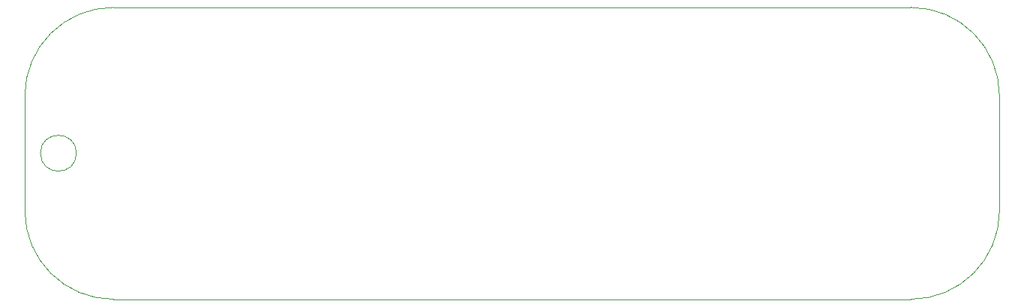
<source format=gbr>
%TF.GenerationSoftware,KiCad,Pcbnew,7.0.7*%
%TF.CreationDate,2024-03-20T16:58:12-04:00*%
%TF.ProjectId,kicad-openctd_rev7,6b696361-642d-46f7-9065-6e6374645f72,rev?*%
%TF.SameCoordinates,Original*%
%TF.FileFunction,Profile,NP*%
%FSLAX46Y46*%
G04 Gerber Fmt 4.6, Leading zero omitted, Abs format (unit mm)*
G04 Created by KiCad (PCBNEW 7.0.7) date 2024-03-20 16:58:12*
%MOMM*%
%LPD*%
G01*
G04 APERTURE LIST*
%TA.AperFunction,Profile*%
%ADD10C,0.100000*%
%TD*%
G04 APERTURE END LIST*
D10*
X94000000Y-101000000D02*
G75*
G03*
X104000000Y-111000000I10000000J0D01*
G01*
X99822000Y-94488000D02*
G75*
G03*
X99822000Y-94488000I-2032000J0D01*
G01*
X204000000Y-88000000D02*
G75*
G03*
X194000000Y-78000000I-10000000J0D01*
G01*
X204000000Y-101000000D02*
X204000000Y-88000000D01*
X94000000Y-88000000D02*
X94000000Y-101000000D01*
X194000000Y-111000000D02*
G75*
G03*
X204000000Y-101000000I0J10000000D01*
G01*
X194000000Y-78000000D02*
X104000000Y-78000000D01*
X104000000Y-111000000D02*
X194000000Y-111000000D01*
X104000000Y-78000000D02*
G75*
G03*
X94000000Y-88000000I0J-10000000D01*
G01*
M02*

</source>
